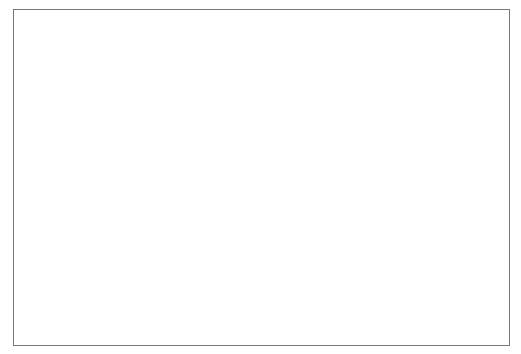
<source format=gbr>
%TF.GenerationSoftware,KiCad,Pcbnew,9.0.3-9.0.3-0~ubuntu24.04.1*%
%TF.CreationDate,2025-07-24T18:13:32+02:00*%
%TF.ProjectId,ampli_audio,616d706c-695f-4617-9564-696f2e6b6963,rev?*%
%TF.SameCoordinates,Original*%
%TF.FileFunction,Profile,NP*%
%FSLAX46Y46*%
G04 Gerber Fmt 4.6, Leading zero omitted, Abs format (unit mm)*
G04 Created by KiCad (PCBNEW 9.0.3-9.0.3-0~ubuntu24.04.1) date 2025-07-24 18:13:32*
%MOMM*%
%LPD*%
G01*
G04 APERTURE LIST*
%TA.AperFunction,Profile*%
%ADD10C,0.050000*%
%TD*%
G04 APERTURE END LIST*
D10*
X71000000Y-77000000D02*
X113000000Y-77000000D01*
X113000000Y-105500000D01*
X71000000Y-105500000D01*
X71000000Y-77000000D01*
M02*

</source>
